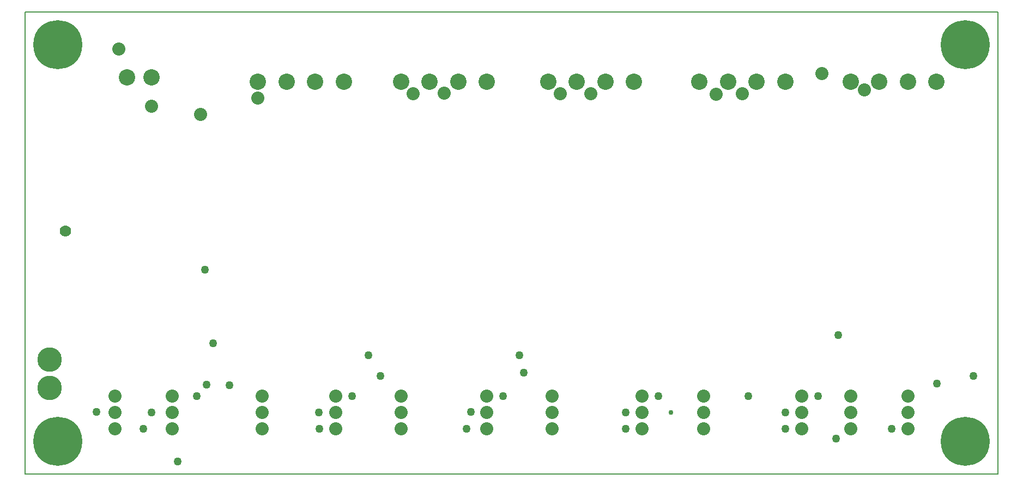
<source format=gbr>
G04 PROTEUS GERBER X2 FILE*
%TF.GenerationSoftware,Labcenter,Proteus,8.7-SP3-Build25561*%
%TF.CreationDate,2021-04-27T11:41:34+00:00*%
%TF.FileFunction,Copper,L2,Inr*%
%TF.FilePolarity,Positive*%
%TF.Part,Single*%
%TF.SameCoordinates,{43023d15-ec65-4f75-b5c5-abaf8f280f1e}*%
%FSLAX45Y45*%
%MOMM*%
G01*
%TA.AperFunction,ViaPad*%
%ADD17C,0.762000*%
%ADD18C,1.270000*%
%ADD19C,1.778000*%
%ADD70C,2.032000*%
%TA.AperFunction,ComponentPad*%
%ADD20C,3.810000*%
%ADD21C,2.540000*%
%ADD22C,2.032000*%
%TA.AperFunction,OtherPad,Unknown*%
%ADD36C,7.620000*%
%TA.AperFunction,Profile*%
%ADD37C,0.203200*%
%TD.AperFunction*%
D17*
X+1145382Y-2682923D03*
D18*
X-1079500Y-2730500D03*
X-2032000Y-3556000D03*
X-1524000Y-3048000D03*
X-1270000Y-2413000D03*
X+825500Y-3048000D03*
X+319343Y-3295127D03*
X+254000Y-3556000D03*
X+2730500Y-3302000D03*
X+2730500Y-3556000D03*
X-4233153Y-4064000D03*
X-2039404Y-3298486D03*
X-2033394Y-3554606D03*
X+5207000Y-3302000D03*
X+5207000Y-3556000D03*
X+6032500Y-2095500D03*
X+3238500Y-3048000D03*
X+1079500Y-2413000D03*
X+1143584Y-2681125D03*
X-3783137Y-2867613D03*
X-3424759Y-2876572D03*
X-3810000Y-1079500D03*
X-3683000Y-2222500D03*
X+6858000Y-3556000D03*
D17*
X-4635500Y-3302000D03*
D18*
X+5715000Y-3048000D03*
D17*
X+7556500Y-2857500D03*
X+3429000Y-3302000D03*
D18*
X-3937000Y-3048000D03*
X-4635657Y-3301843D03*
X-4762500Y-3556000D03*
X+4635500Y-3048000D03*
X+5995294Y-3705851D03*
X+8128000Y-2730500D03*
X+7558600Y-2855400D03*
D19*
X-5973747Y-483809D03*
D18*
X-5497414Y-3295974D03*
D70*
X-5143500Y+2349500D03*
X-3873500Y+1333500D03*
X-4635500Y+1460500D03*
X-2984500Y+1587500D03*
X-571500Y+1651000D03*
X-88587Y+1658838D03*
X+1714500Y+1651000D03*
X+2182519Y+1654135D03*
X+4134346Y+1645009D03*
X+4538704Y+1652360D03*
X+5778500Y+1968500D03*
X+6437156Y+1707029D03*
D20*
X-6223000Y-2476500D03*
X-6223000Y-2921000D03*
D21*
X-2095500Y+1841500D03*
X-1651000Y+1841500D03*
D22*
X-2921000Y-3556000D03*
X-2921000Y-3048000D03*
X-2921000Y-3302000D03*
D21*
X+571500Y+1841500D03*
X+127000Y+1841500D03*
D22*
X-762000Y-3556000D03*
X-762000Y-3302000D03*
X-762000Y-3048000D03*
X+1587500Y-3302000D03*
X+1587500Y-3556000D03*
X+1587500Y-3048000D03*
D21*
X+2857500Y+1841500D03*
X+2413000Y+1841500D03*
D22*
X+3937000Y-3556000D03*
X+6223000Y-3556000D03*
X+3937000Y-3048000D03*
X+6223000Y-3048000D03*
X+3937000Y-3302000D03*
X+6223000Y-3302000D03*
D21*
X+5207000Y+1841500D03*
X+4762500Y+1841500D03*
X+7556500Y+1841500D03*
X+7112000Y+1841500D03*
D22*
X+7112000Y-3302000D03*
X+5461000Y-3302000D03*
X+2984500Y-3302000D03*
X+571500Y-3302000D03*
X-1778000Y-3302000D03*
X+7112000Y-3556000D03*
X+5461000Y-3556000D03*
X+2984500Y-3556000D03*
X+571500Y-3556000D03*
X-1778000Y-3556000D03*
X+7112000Y-3048000D03*
X+5461000Y-3048000D03*
X+2984500Y-3048000D03*
X+571500Y-3048000D03*
X-1778000Y-3048000D03*
D21*
X+6667500Y+1841500D03*
X+6223000Y+1841500D03*
X+4318000Y+1841500D03*
X+3873500Y+1841500D03*
X+1968500Y+1841500D03*
X+1524000Y+1841500D03*
X-317500Y+1841500D03*
X-762000Y+1841500D03*
X-2540000Y+1841500D03*
X-2984500Y+1841500D03*
X-5016500Y+1905000D03*
X-4635500Y+1905000D03*
D22*
X-4318000Y-3556000D03*
X-4318000Y-3048000D03*
X-4318000Y-3302000D03*
D36*
X-6096000Y-3746500D03*
X-6096000Y+2413000D03*
X+8001000Y+2413000D03*
X+8001000Y-3746500D03*
D22*
X-5207000Y-3048000D03*
X-5207000Y-3302000D03*
X-5207000Y-3556000D03*
D37*
X-6604000Y-4254500D02*
X+8509000Y-4254500D01*
X+8509000Y+2921000D01*
X-6604000Y+2921000D01*
X-6604000Y-4254500D01*
M02*

</source>
